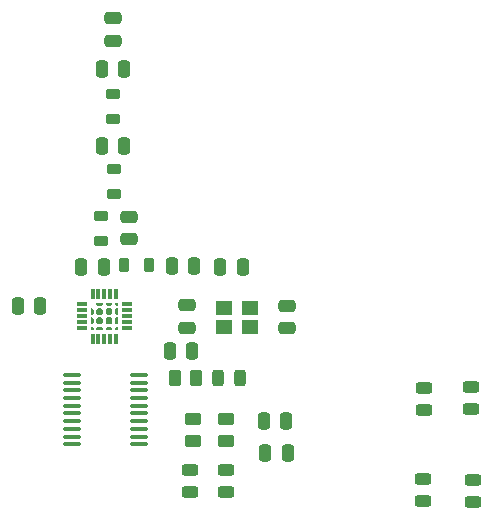
<source format=gbr>
%TF.GenerationSoftware,KiCad,Pcbnew,8.0.4*%
%TF.CreationDate,2024-10-15T15:40:35-05:00*%
%TF.ProjectId,verification_unit,76657269-6669-4636-9174-696f6e5f756e,rev?*%
%TF.SameCoordinates,Original*%
%TF.FileFunction,Paste,Top*%
%TF.FilePolarity,Positive*%
%FSLAX46Y46*%
G04 Gerber Fmt 4.6, Leading zero omitted, Abs format (unit mm)*
G04 Created by KiCad (PCBNEW 8.0.4) date 2024-10-15 15:40:35*
%MOMM*%
%LPD*%
G01*
G04 APERTURE LIST*
G04 Aperture macros list*
%AMRoundRect*
0 Rectangle with rounded corners*
0 $1 Rounding radius*
0 $2 $3 $4 $5 $6 $7 $8 $9 X,Y pos of 4 corners*
0 Add a 4 corners polygon primitive as box body*
4,1,4,$2,$3,$4,$5,$6,$7,$8,$9,$2,$3,0*
0 Add four circle primitives for the rounded corners*
1,1,$1+$1,$2,$3*
1,1,$1+$1,$4,$5*
1,1,$1+$1,$6,$7*
1,1,$1+$1,$8,$9*
0 Add four rect primitives between the rounded corners*
20,1,$1+$1,$2,$3,$4,$5,0*
20,1,$1+$1,$4,$5,$6,$7,0*
20,1,$1+$1,$6,$7,$8,$9,0*
20,1,$1+$1,$8,$9,$2,$3,0*%
G04 Aperture macros list end*
%ADD10C,0.000000*%
%ADD11R,1.400000X1.200000*%
%ADD12RoundRect,0.243750X0.456250X-0.243750X0.456250X0.243750X-0.456250X0.243750X-0.456250X-0.243750X0*%
%ADD13RoundRect,0.250000X0.475000X-0.250000X0.475000X0.250000X-0.475000X0.250000X-0.475000X-0.250000X0*%
%ADD14RoundRect,0.100000X0.637500X0.100000X-0.637500X0.100000X-0.637500X-0.100000X0.637500X-0.100000X0*%
%ADD15R,0.304800X0.952500*%
%ADD16R,0.952500X0.304800*%
%ADD17RoundRect,0.250000X-0.250000X-0.475000X0.250000X-0.475000X0.250000X0.475000X-0.250000X0.475000X0*%
%ADD18RoundRect,0.250000X0.250000X0.475000X-0.250000X0.475000X-0.250000X-0.475000X0.250000X-0.475000X0*%
%ADD19RoundRect,0.250000X0.262500X0.450000X-0.262500X0.450000X-0.262500X-0.450000X0.262500X-0.450000X0*%
%ADD20RoundRect,0.250000X-0.475000X0.250000X-0.475000X-0.250000X0.475000X-0.250000X0.475000X0.250000X0*%
%ADD21RoundRect,0.218750X0.381250X-0.218750X0.381250X0.218750X-0.381250X0.218750X-0.381250X-0.218750X0*%
%ADD22RoundRect,0.250000X0.450000X-0.262500X0.450000X0.262500X-0.450000X0.262500X-0.450000X-0.262500X0*%
%ADD23RoundRect,0.218750X0.218750X0.381250X-0.218750X0.381250X-0.218750X-0.381250X0.218750X-0.381250X0*%
%ADD24RoundRect,0.243750X0.243750X0.456250X-0.243750X0.456250X-0.243750X-0.456250X0.243750X-0.456250X0*%
G04 APERTURE END LIST*
D10*
%TO.C,U3*%
G36*
X125601250Y-99698822D02*
G01*
X125601250Y-99801571D01*
X125357080Y-99801571D01*
X125357080Y-99557401D01*
X125459829Y-99557401D01*
X125601250Y-99698822D01*
G37*
G36*
X127620220Y-97782601D02*
G01*
X127517471Y-97782601D01*
X127376050Y-97641180D01*
X127376050Y-97538431D01*
X127620220Y-97538431D01*
X127620220Y-97782601D01*
G37*
G36*
X127620220Y-99801571D02*
G01*
X127376050Y-99801571D01*
X127376050Y-99698822D01*
X127517471Y-99557401D01*
X127620220Y-99557401D01*
X127620220Y-99801571D01*
G37*
G36*
X125601250Y-98124022D02*
G01*
X125601250Y-98428580D01*
X125459829Y-98570001D01*
X125357080Y-98570001D01*
X125357080Y-97982601D01*
X125459829Y-97982601D01*
X125601250Y-98124022D01*
G37*
G36*
X125601250Y-98911422D02*
G01*
X125601250Y-99215980D01*
X125459829Y-99357401D01*
X125357080Y-99357401D01*
X125357080Y-98770001D01*
X125459829Y-98770001D01*
X125601250Y-98911422D01*
G37*
G36*
X126388650Y-97641180D02*
G01*
X126247229Y-97782601D01*
X125942671Y-97782601D01*
X125801250Y-97641180D01*
X125801250Y-97538431D01*
X126388650Y-97538431D01*
X126388650Y-97641180D01*
G37*
G36*
X126388650Y-99698822D02*
G01*
X126388650Y-99801571D01*
X125801250Y-99801571D01*
X125801250Y-99698822D01*
X125942671Y-99557401D01*
X126247229Y-99557401D01*
X126388650Y-99698822D01*
G37*
G36*
X127176050Y-97641180D02*
G01*
X127034629Y-97782601D01*
X126730071Y-97782601D01*
X126588650Y-97641180D01*
X126588650Y-97538431D01*
X127176050Y-97538431D01*
X127176050Y-97641180D01*
G37*
G36*
X127176050Y-99698822D02*
G01*
X127176050Y-99801571D01*
X126588650Y-99801571D01*
X126588650Y-99698822D01*
X126730071Y-99557401D01*
X127034629Y-99557401D01*
X127176050Y-99698822D01*
G37*
G36*
X127620220Y-98570001D02*
G01*
X127517471Y-98570001D01*
X127376050Y-98428580D01*
X127376050Y-98124022D01*
X127517471Y-97982601D01*
X127620220Y-97982601D01*
X127620220Y-98570001D01*
G37*
G36*
X127620220Y-99357401D02*
G01*
X127517471Y-99357401D01*
X127376050Y-99215980D01*
X127376050Y-98911422D01*
X127517471Y-98770001D01*
X127620220Y-98770001D01*
X127620220Y-99357401D01*
G37*
G36*
X126388650Y-98124022D02*
G01*
X126388650Y-98428580D01*
X126247229Y-98570001D01*
X125942671Y-98570001D01*
X125801250Y-98428580D01*
X125801250Y-98124022D01*
X125942671Y-97982601D01*
X126247229Y-97982601D01*
X126388650Y-98124022D01*
G37*
G36*
X126388650Y-98911422D02*
G01*
X126388650Y-99215980D01*
X126247229Y-99357401D01*
X125942671Y-99357401D01*
X125801250Y-99215980D01*
X125801250Y-98911422D01*
X125942671Y-98770001D01*
X126247229Y-98770001D01*
X126388650Y-98911422D01*
G37*
G36*
X127176050Y-98124022D02*
G01*
X127176050Y-98428580D01*
X127034629Y-98570001D01*
X126730071Y-98570001D01*
X126588650Y-98428580D01*
X126588650Y-98124022D01*
X126730071Y-97982601D01*
X127034629Y-97982601D01*
X127176050Y-98124022D01*
G37*
G36*
X127176050Y-98911422D02*
G01*
X127176050Y-99215980D01*
X127034629Y-99357401D01*
X126730071Y-99357401D01*
X126588650Y-99215980D01*
X126588650Y-98911422D01*
X126730071Y-98770001D01*
X127034629Y-98770001D01*
X127176050Y-98911422D01*
G37*
%TD*%
D11*
%TO.C,Y1*%
X136638651Y-99561351D03*
X138838651Y-99561351D03*
X138838651Y-97961351D03*
X136638651Y-97961351D03*
%TD*%
D12*
%TO.C,D11*%
X153518651Y-106633851D03*
X153518651Y-104758851D03*
%TD*%
D13*
%TO.C,C12*%
X127228651Y-75356351D03*
X127228651Y-73456351D03*
%TD*%
D12*
%TO.C,D13*%
X157708651Y-114383851D03*
X157708651Y-112508851D03*
%TD*%
D14*
%TO.C,U1*%
X129433651Y-109501351D03*
X129433651Y-108851351D03*
X129433651Y-108201351D03*
X129433651Y-107551351D03*
X129433651Y-106901351D03*
X129433651Y-106251351D03*
X129433651Y-105601351D03*
X129433651Y-104951351D03*
X129433651Y-104301351D03*
X129433651Y-103651351D03*
X123708651Y-103651351D03*
X123708651Y-104301351D03*
X123708651Y-104951351D03*
X123708651Y-105601351D03*
X123708651Y-106251351D03*
X123708651Y-106901351D03*
X123708651Y-107551351D03*
X123708651Y-108201351D03*
X123708651Y-108851351D03*
X123708651Y-109501351D03*
%TD*%
D15*
%TO.C,U3*%
X125488649Y-100568651D03*
X125988651Y-100568651D03*
X126488650Y-100568651D03*
X126988649Y-100568651D03*
X127488651Y-100568651D03*
D16*
X128387300Y-99670002D03*
X128387300Y-99170000D03*
X128387300Y-98670001D03*
X128387300Y-98170002D03*
X128387300Y-97670000D03*
D15*
X127488651Y-96771351D03*
X126988649Y-96771351D03*
X126488650Y-96771351D03*
X125988651Y-96771351D03*
X125488649Y-96771351D03*
D16*
X124590000Y-97670000D03*
X124590000Y-98170002D03*
X124590000Y-98670001D03*
X124590000Y-99170000D03*
X124590000Y-99670002D03*
%TD*%
D17*
%TO.C,C4*%
X136288651Y-94471351D03*
X138188651Y-94471351D03*
%TD*%
D18*
%TO.C,C8*%
X134078651Y-94426351D03*
X132178651Y-94426351D03*
%TD*%
%TO.C,R1*%
X121048651Y-97761351D03*
X119148651Y-97761351D03*
%TD*%
D17*
%TO.C,C10*%
X126278651Y-84266351D03*
X128178651Y-84266351D03*
%TD*%
D18*
%TO.C,C7*%
X126448651Y-94496351D03*
X124548651Y-94496351D03*
%TD*%
D19*
%TO.C,R2*%
X134273651Y-103921351D03*
X132448651Y-103921351D03*
%TD*%
D17*
%TO.C,C2*%
X140118651Y-110271351D03*
X142018651Y-110271351D03*
%TD*%
D20*
%TO.C,C3*%
X133528651Y-97731351D03*
X133528651Y-99631351D03*
%TD*%
D12*
%TO.C,D2*%
X133768651Y-113561351D03*
X133768651Y-111686351D03*
%TD*%
D21*
%TO.C,L4*%
X127228651Y-81938851D03*
X127228651Y-79813851D03*
%TD*%
D17*
%TO.C,C11*%
X126278651Y-77766351D03*
X128178651Y-77766351D03*
%TD*%
%TO.C,C5*%
X132028651Y-101651351D03*
X133928651Y-101651351D03*
%TD*%
D21*
%TO.C,L2*%
X126208651Y-92298851D03*
X126208651Y-90173851D03*
%TD*%
%TO.C,L3*%
X127268651Y-88318851D03*
X127268651Y-86193851D03*
%TD*%
D12*
%TO.C,D14*%
X157558651Y-106563851D03*
X157558651Y-104688851D03*
%TD*%
D20*
%TO.C,C6*%
X141948651Y-97791351D03*
X141948651Y-99691351D03*
%TD*%
D22*
%TO.C,R3*%
X133968651Y-109206351D03*
X133968651Y-107381351D03*
%TD*%
%TO.C,R6*%
X136778651Y-109206351D03*
X136778651Y-107381351D03*
%TD*%
D20*
%TO.C,C9*%
X128588651Y-90256351D03*
X128588651Y-92156351D03*
%TD*%
D12*
%TO.C,D3*%
X136808651Y-113561351D03*
X136808651Y-111686351D03*
%TD*%
D23*
%TO.C,L1*%
X130301151Y-94366351D03*
X128176151Y-94366351D03*
%TD*%
D24*
%TO.C,D1*%
X137976151Y-103911351D03*
X136101151Y-103911351D03*
%TD*%
D17*
%TO.C,C1*%
X139968651Y-107521351D03*
X141868651Y-107521351D03*
%TD*%
D12*
%TO.C,D12*%
X153468651Y-114333851D03*
X153468651Y-112458851D03*
%TD*%
M02*

</source>
